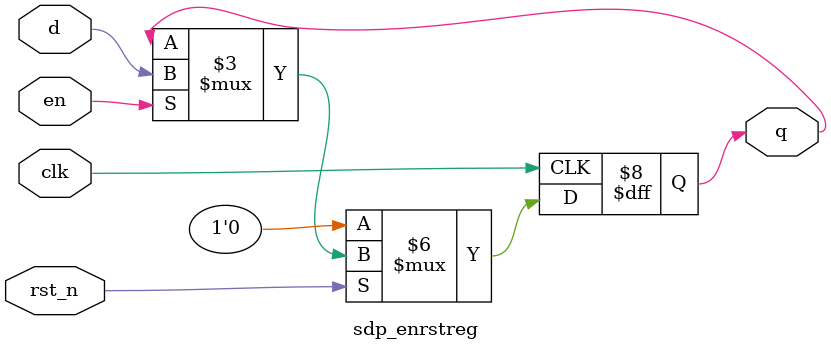
<source format=sv>

module sdp_enreg
#(
  parameter integer WIDTH = 1
)(
  input  logic               clk,   // Clock input
  output logic [WIDTH-1:0] q,     // Data output
  input  logic [WIDTH-1:0] d,     // Data input
  input  logic               en     // Enable input
);
  always_ff @(posedge clk) begin
    if(en) begin
      q <= d;
    end
  end
endmodule : sdp_enreg

module sdp_enrstreg
#(
  parameter integer WIDTH = 1
)(
  input  logic             clk, // Clock input
  input  logic             rst_n, //reset
  output logic [WIDTH-1:0] q,     // Data output
  input  logic [WIDTH-1:0] d,     // Data input
  input  logic             en     // Enable input
);
  always_ff @(posedge clk) begin
    if(!rst_n) begin
      q <= {WIDTH{1'b0}};  
    end
    else if(en) begin
      q <= d;
    end
  end
endmodule : sdp_enrstreg

</source>
